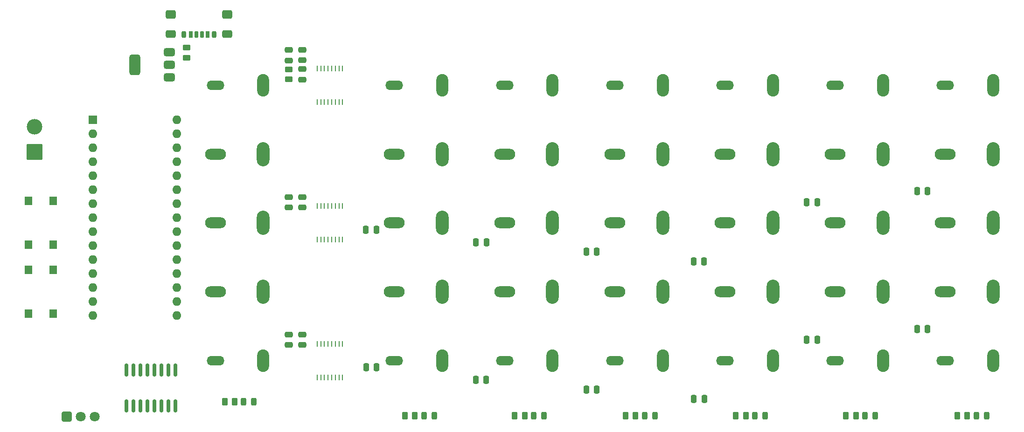
<source format=gbr>
%TF.GenerationSoftware,KiCad,Pcbnew,9.0.3*%
%TF.CreationDate,2025-07-29T17:14:18-05:00*%
%TF.ProjectId,rgb-switch,7267622d-7377-4697-9463-682e6b696361,rev?*%
%TF.SameCoordinates,Original*%
%TF.FileFunction,Soldermask,Top*%
%TF.FilePolarity,Negative*%
%FSLAX46Y46*%
G04 Gerber Fmt 4.6, Leading zero omitted, Abs format (unit mm)*
G04 Created by KiCad (PCBNEW 9.0.3) date 2025-07-29 17:14:18*
%MOMM*%
%LPD*%
G01*
G04 APERTURE LIST*
G04 Aperture macros list*
%AMRoundRect*
0 Rectangle with rounded corners*
0 $1 Rounding radius*
0 $2 $3 $4 $5 $6 $7 $8 $9 X,Y pos of 4 corners*
0 Add a 4 corners polygon primitive as box body*
4,1,4,$2,$3,$4,$5,$6,$7,$8,$9,$2,$3,0*
0 Add four circle primitives for the rounded corners*
1,1,$1+$1,$2,$3*
1,1,$1+$1,$4,$5*
1,1,$1+$1,$6,$7*
1,1,$1+$1,$8,$9*
0 Add four rect primitives between the rounded corners*
20,1,$1+$1,$2,$3,$4,$5,0*
20,1,$1+$1,$4,$5,$6,$7,0*
20,1,$1+$1,$6,$7,$8,$9,0*
20,1,$1+$1,$8,$9,$2,$3,0*%
G04 Aperture macros list end*
%ADD10O,2.304000X4.404000*%
%ADD11O,3.804000X2.004000*%
%ADD12R,1.400000X1.600000*%
%ADD13RoundRect,0.250000X-0.250000X-0.475000X0.250000X-0.475000X0.250000X0.475000X-0.250000X0.475000X0*%
%ADD14O,2.154000X4.104000*%
%ADD15O,3.220000X1.712000*%
%ADD16RoundRect,0.102000X1.312500X-1.312500X1.312500X1.312500X-1.312500X1.312500X-1.312500X-1.312500X0*%
%ADD17C,2.829000*%
%ADD18RoundRect,0.250000X-0.475000X0.250000X-0.475000X-0.250000X0.475000X-0.250000X0.475000X0.250000X0*%
%ADD19RoundRect,0.250000X-0.262500X-0.450000X0.262500X-0.450000X0.262500X0.450000X-0.262500X0.450000X0*%
%ADD20RoundRect,0.243750X0.243750X0.456250X-0.243750X0.456250X-0.243750X-0.456250X0.243750X-0.456250X0*%
%ADD21R,0.279400X1.016000*%
%ADD22RoundRect,0.250000X0.450000X-0.262500X0.450000X0.262500X-0.450000X0.262500X-0.450000X-0.262500X0*%
%ADD23RoundRect,0.150000X-0.150000X1.050000X-0.150000X-1.050000X0.150000X-1.050000X0.150000X1.050000X0*%
%ADD24RoundRect,0.175000X0.175000X0.425000X-0.175000X0.425000X-0.175000X-0.425000X0.175000X-0.425000X0*%
%ADD25RoundRect,0.190000X-0.190000X-0.410000X0.190000X-0.410000X0.190000X0.410000X-0.190000X0.410000X0*%
%ADD26RoundRect,0.200000X-0.200000X-0.400000X0.200000X-0.400000X0.200000X0.400000X-0.200000X0.400000X0*%
%ADD27RoundRect,0.175000X-0.175000X-0.425000X0.175000X-0.425000X0.175000X0.425000X-0.175000X0.425000X0*%
%ADD28RoundRect,0.190000X0.190000X0.410000X-0.190000X0.410000X-0.190000X-0.410000X0.190000X-0.410000X0*%
%ADD29RoundRect,0.200000X0.200000X0.400000X-0.200000X0.400000X-0.200000X-0.400000X0.200000X-0.400000X0*%
%ADD30RoundRect,0.250000X0.650000X0.425000X-0.650000X0.425000X-0.650000X-0.425000X0.650000X-0.425000X0*%
%ADD31RoundRect,0.250000X0.650000X0.500000X-0.650000X0.500000X-0.650000X-0.500000X0.650000X-0.500000X0*%
%ADD32RoundRect,0.250200X-0.649800X-0.649800X0.649800X-0.649800X0.649800X0.649800X-0.649800X0.649800X0*%
%ADD33C,1.800000*%
%ADD34RoundRect,0.250000X0.475000X-0.250000X0.475000X0.250000X-0.475000X0.250000X-0.475000X-0.250000X0*%
%ADD35RoundRect,0.375000X0.625000X0.375000X-0.625000X0.375000X-0.625000X-0.375000X0.625000X-0.375000X0*%
%ADD36RoundRect,0.500000X0.500000X1.400000X-0.500000X1.400000X-0.500000X-1.400000X0.500000X-1.400000X0*%
%ADD37R,1.600000X1.600000*%
%ADD38O,1.600000X1.600000*%
G04 APERTURE END LIST*
D10*
%TO.C,J14*%
X157900000Y-87500000D03*
D11*
X149200000Y-87500000D03*
%TD*%
D12*
%TO.C,SW2*%
X62750000Y-116500000D03*
X62750000Y-108500000D03*
X67250000Y-116500000D03*
X67250000Y-108500000D03*
%TD*%
D13*
%TO.C,C6*%
X124050000Y-126250000D03*
X125950000Y-126250000D03*
%TD*%
D14*
%TO.C,J35*%
X237900000Y-75000000D03*
D15*
X229200000Y-75000000D03*
%TD*%
D14*
%TO.C,J30*%
X217900000Y-75000000D03*
D15*
X209200000Y-75000000D03*
%TD*%
D16*
%TO.C,S1*%
X63910000Y-87100000D03*
D17*
X63910000Y-82500000D03*
%TD*%
D18*
%TO.C,C2*%
X112500000Y-72050000D03*
X112500000Y-73950000D03*
%TD*%
D19*
%TO.C,R9*%
X231337500Y-135000000D03*
X233162500Y-135000000D03*
%TD*%
D14*
%TO.C,J26*%
X217900000Y-125000000D03*
D15*
X209200000Y-125000000D03*
%TD*%
D10*
%TO.C,J4*%
X105400000Y-87500000D03*
D11*
X96700000Y-87500000D03*
%TD*%
D14*
%TO.C,J1*%
X105400000Y-125000000D03*
D15*
X96700000Y-125000000D03*
%TD*%
D10*
%TO.C,J19*%
X177900000Y-87500000D03*
D11*
X169200000Y-87500000D03*
%TD*%
D10*
%TO.C,J34*%
X237900000Y-87500000D03*
D11*
X229200000Y-87500000D03*
%TD*%
D14*
%TO.C,J21*%
X197900000Y-125000000D03*
D15*
X189200000Y-125000000D03*
%TD*%
D14*
%TO.C,J6*%
X137900000Y-125000000D03*
D15*
X129200000Y-125000000D03*
%TD*%
D10*
%TO.C,J24*%
X197900000Y-87500000D03*
D11*
X189200000Y-87500000D03*
%TD*%
D19*
%TO.C,R7*%
X191150000Y-135000000D03*
X192975000Y-135000000D03*
%TD*%
D20*
%TO.C,D5*%
X196500000Y-135000000D03*
X194625000Y-135000000D03*
%TD*%
D13*
%TO.C,C33*%
X224050000Y-94250000D03*
X225950000Y-94250000D03*
%TD*%
D14*
%TO.C,J11*%
X157900000Y-125000000D03*
D15*
X149200000Y-125000000D03*
%TD*%
D21*
%TO.C,U3*%
X115188600Y-103048000D03*
X115849000Y-103048000D03*
X116509400Y-103048000D03*
X117169800Y-103048000D03*
X117830200Y-103048000D03*
X118490600Y-103048000D03*
X119151000Y-103048000D03*
X119811400Y-103048000D03*
X119811400Y-96952000D03*
X119151000Y-96952000D03*
X118490600Y-96952000D03*
X117830200Y-96952000D03*
X117169800Y-96952000D03*
X116509400Y-96952000D03*
X115849000Y-96952000D03*
X115188600Y-96952000D03*
%TD*%
D10*
%TO.C,J9*%
X137900000Y-87500000D03*
D11*
X129200000Y-87500000D03*
%TD*%
D22*
%TO.C,R2*%
X91500000Y-69987500D03*
X91500000Y-68162500D03*
%TD*%
D18*
%TO.C,C10*%
X110000000Y-95300000D03*
X110000000Y-97200000D03*
%TD*%
D23*
%TO.C,U7*%
X89445000Y-126750000D03*
X88175000Y-126750000D03*
X86905000Y-126750000D03*
X85635000Y-126750000D03*
X84365000Y-126750000D03*
X83095000Y-126750000D03*
X81825000Y-126750000D03*
X80555000Y-126750000D03*
X80555000Y-133250000D03*
X81825000Y-133250000D03*
X83095000Y-133250000D03*
X84365000Y-133250000D03*
X85635000Y-133250000D03*
X86905000Y-133250000D03*
X88175000Y-133250000D03*
X89445000Y-133250000D03*
%TD*%
D18*
%TO.C,C4*%
X112500000Y-120300000D03*
X112500000Y-122200000D03*
%TD*%
D20*
%TO.C,D7*%
X236687500Y-135000000D03*
X234812500Y-135000000D03*
%TD*%
D10*
%TO.C,J27*%
X217900000Y-112500000D03*
D11*
X209200000Y-112500000D03*
%TD*%
D21*
%TO.C,U1*%
X115188600Y-128048000D03*
X115849000Y-128048000D03*
X116509400Y-128048000D03*
X117169800Y-128048000D03*
X117830200Y-128048000D03*
X118490600Y-128048000D03*
X119151000Y-128048000D03*
X119811400Y-128048000D03*
X119811400Y-121952000D03*
X119151000Y-121952000D03*
X118490600Y-121952000D03*
X117830200Y-121952000D03*
X117169800Y-121952000D03*
X116509400Y-121952000D03*
X115849000Y-121952000D03*
X115188600Y-121952000D03*
%TD*%
D14*
%TO.C,J20*%
X177900000Y-75000000D03*
D15*
X169200000Y-75000000D03*
%TD*%
D13*
%TO.C,C13*%
X144025000Y-103500000D03*
X145925000Y-103500000D03*
%TD*%
%TO.C,C21*%
X183550000Y-132000000D03*
X185450000Y-132000000D03*
%TD*%
D24*
%TO.C,J36*%
X94250000Y-65782500D03*
D25*
X92230000Y-65782500D03*
D26*
X91000000Y-65782500D03*
D27*
X93250000Y-65782500D03*
D28*
X95270000Y-65782500D03*
D29*
X96500000Y-65782500D03*
D30*
X98875000Y-65727500D03*
D31*
X98875000Y-62147500D03*
D30*
X88625000Y-65727500D03*
D31*
X88625000Y-62147500D03*
%TD*%
D10*
%TO.C,J17*%
X177900000Y-112500000D03*
D11*
X169200000Y-112500000D03*
%TD*%
D10*
%TO.C,J22*%
X197900000Y-112500000D03*
D11*
X189200000Y-112500000D03*
%TD*%
D19*
%TO.C,R8*%
X211150000Y-135000000D03*
X212975000Y-135000000D03*
%TD*%
D32*
%TO.C,U6*%
X69710000Y-135225000D03*
D33*
X72250000Y-135225000D03*
X74790000Y-135225000D03*
%TD*%
D10*
%TO.C,J8*%
X137900000Y-100000000D03*
D11*
X129200000Y-100000000D03*
%TD*%
D10*
%TO.C,J29*%
X217900000Y-87500000D03*
D11*
X209200000Y-87500000D03*
%TD*%
D13*
%TO.C,C31*%
X224050000Y-119250000D03*
X225950000Y-119250000D03*
%TD*%
D20*
%TO.C,D6*%
X216500000Y-135000000D03*
X214625000Y-135000000D03*
%TD*%
D13*
%TO.C,C23*%
X183525000Y-107000000D03*
X185425000Y-107000000D03*
%TD*%
D20*
%TO.C,D4*%
X176500000Y-135000000D03*
X174625000Y-135000000D03*
%TD*%
D10*
%TO.C,J2*%
X105400000Y-112500000D03*
D11*
X96700000Y-112500000D03*
%TD*%
D19*
%TO.C,R4*%
X131087500Y-135000000D03*
X132912500Y-135000000D03*
%TD*%
D12*
%TO.C,SW1*%
X62750000Y-104000000D03*
X62750000Y-96000000D03*
X67250000Y-104000000D03*
X67250000Y-96000000D03*
%TD*%
D13*
%TO.C,C8*%
X124025000Y-101250000D03*
X125925000Y-101250000D03*
%TD*%
D18*
%TO.C,C14*%
X112500000Y-95300000D03*
X112500000Y-97200000D03*
%TD*%
D34*
%TO.C,C24*%
X110000000Y-70475000D03*
X110000000Y-68575000D03*
%TD*%
D10*
%TO.C,J28*%
X217900000Y-100000000D03*
D11*
X209200000Y-100000000D03*
%TD*%
D10*
%TO.C,J32*%
X237900000Y-112500000D03*
D11*
X229200000Y-112500000D03*
%TD*%
D21*
%TO.C,U5*%
X115188600Y-78048000D03*
X115849000Y-78048000D03*
X116509400Y-78048000D03*
X117169800Y-78048000D03*
X117830200Y-78048000D03*
X118490600Y-78048000D03*
X119151000Y-78048000D03*
X119811400Y-78048000D03*
X119811400Y-71952000D03*
X119151000Y-71952000D03*
X118490600Y-71952000D03*
X117830200Y-71952000D03*
X117169800Y-71952000D03*
X116509400Y-71952000D03*
X115849000Y-71952000D03*
X115188600Y-71952000D03*
%TD*%
D10*
%TO.C,J12*%
X157900000Y-112500000D03*
D11*
X149200000Y-112500000D03*
%TD*%
D20*
%TO.C,D1*%
X103687500Y-132500000D03*
X101812500Y-132500000D03*
%TD*%
D14*
%TO.C,J25*%
X197900000Y-75000000D03*
D15*
X189200000Y-75000000D03*
%TD*%
D10*
%TO.C,J18*%
X177900000Y-100000000D03*
D11*
X169200000Y-100000000D03*
%TD*%
D20*
%TO.C,D3*%
X156375000Y-135000000D03*
X154500000Y-135000000D03*
%TD*%
D10*
%TO.C,J23*%
X197900000Y-100000000D03*
D11*
X189200000Y-100000000D03*
%TD*%
D14*
%TO.C,J16*%
X177900000Y-125000000D03*
D15*
X169200000Y-125000000D03*
%TD*%
D14*
%TO.C,J15*%
X157900000Y-75000000D03*
D15*
X149200000Y-75000000D03*
%TD*%
D19*
%TO.C,R3*%
X98425000Y-132500000D03*
X100250000Y-132500000D03*
%TD*%
D13*
%TO.C,C28*%
X204025000Y-96250000D03*
X205925000Y-96250000D03*
%TD*%
D14*
%TO.C,J5*%
X105400000Y-75000000D03*
D15*
X96700000Y-75000000D03*
%TD*%
D13*
%TO.C,C11*%
X143962500Y-128500000D03*
X145862500Y-128500000D03*
%TD*%
%TO.C,C16*%
X164050000Y-130250000D03*
X165950000Y-130250000D03*
%TD*%
D22*
%TO.C,R11*%
X110000000Y-73912500D03*
X110000000Y-72087500D03*
%TD*%
D10*
%TO.C,J7*%
X137900000Y-112500000D03*
D11*
X129200000Y-112500000D03*
%TD*%
D20*
%TO.C,D2*%
X136437500Y-135000000D03*
X134562500Y-135000000D03*
%TD*%
D14*
%TO.C,J31*%
X237900000Y-125000000D03*
D15*
X229200000Y-125000000D03*
%TD*%
D34*
%TO.C,C20*%
X112500000Y-70450000D03*
X112500000Y-68550000D03*
%TD*%
D13*
%TO.C,C18*%
X164050000Y-105250000D03*
X165950000Y-105250000D03*
%TD*%
D35*
%TO.C,U8*%
X88400000Y-73550000D03*
X88400000Y-71250000D03*
D36*
X82100000Y-71250000D03*
D35*
X88400000Y-68950000D03*
%TD*%
D19*
%TO.C,R6*%
X171150000Y-135000000D03*
X172975000Y-135000000D03*
%TD*%
D10*
%TO.C,J33*%
X237900000Y-100000000D03*
D11*
X229200000Y-100000000D03*
%TD*%
D10*
%TO.C,J3*%
X105400000Y-100000000D03*
D11*
X96700000Y-100000000D03*
%TD*%
D19*
%TO.C,R5*%
X151050000Y-135000000D03*
X152875000Y-135000000D03*
%TD*%
D18*
%TO.C,C3*%
X110000000Y-120300000D03*
X110000000Y-122200000D03*
%TD*%
D14*
%TO.C,J10*%
X137900000Y-75000000D03*
D15*
X129200000Y-75000000D03*
%TD*%
D13*
%TO.C,C26*%
X204050000Y-121250000D03*
X205950000Y-121250000D03*
%TD*%
D10*
%TO.C,J13*%
X157900000Y-100000000D03*
D11*
X149200000Y-100000000D03*
%TD*%
D37*
%TO.C,A1*%
X74500000Y-81250000D03*
D38*
X74500000Y-83790000D03*
X74500000Y-86330000D03*
X74500000Y-88870000D03*
X74500000Y-91410000D03*
X74500000Y-93950000D03*
X74500000Y-96490000D03*
X74500000Y-99030000D03*
X74500000Y-101570000D03*
X74500000Y-104110000D03*
X74500000Y-106650000D03*
X74500000Y-109190000D03*
X74500000Y-111730000D03*
X74500000Y-114270000D03*
X74500000Y-116810000D03*
X89740000Y-116810000D03*
X89740000Y-114270000D03*
X89740000Y-111730000D03*
X89740000Y-109190000D03*
X89740000Y-106650000D03*
X89740000Y-104110000D03*
X89740000Y-101570000D03*
X89740000Y-99030000D03*
X89740000Y-96490000D03*
X89740000Y-93950000D03*
X89740000Y-91410000D03*
X89740000Y-88870000D03*
X89740000Y-86330000D03*
X89740000Y-83790000D03*
X89740000Y-81250000D03*
%TD*%
M02*

</source>
